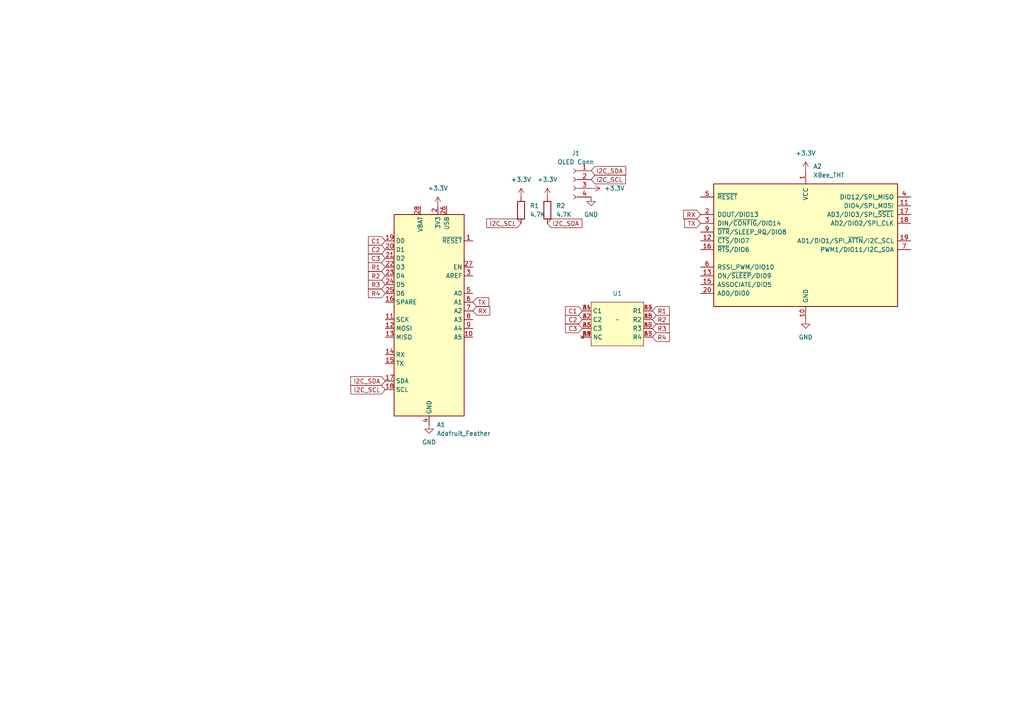
<source format=kicad_sch>
(kicad_sch (version 20230121) (generator eeschema)
  (paper "A4")
  (title_block (title "Lora Keypad2") (date "2023-08-30") (rev "v1"))
  (lib_symbols
    (symbol "Connector:Conn_01x04_Socket" (pin_names (offset 1.016) hide)
      (property "Reference" "J" (at 0 5.08 0))
      (property "Value" "Conn_01x04_Socket" (at 0 -7.62 0))
      (symbol "Conn_01x04_Socket_1_1"
        (arc (start 0 -4.572) (mid -0.5058 -5.08) (end 0 -5.588) (stroke (width 0.1524)))
        (arc (start 0 -2.032) (mid -0.5058 -2.54) (end 0 -3.048) (stroke (width 0.1524)))
        (polyline (pts (xy -1.27 -5.08) (xy -0.508 -5.08)) (stroke (width 0.1524)))
        (polyline (pts (xy -1.27 -2.54) (xy -0.508 -2.54)) (stroke (width 0.1524)))
        (polyline (pts (xy -1.27 0) (xy -0.508 0)) (stroke (width 0.1524)))
        (polyline (pts (xy -1.27 2.54) (xy -0.508 2.54)) (stroke (width 0.1524)))
        (arc (start 0 0.508) (mid -0.5058 0) (end 0 -0.508) (stroke (width 0.1524)))
        (arc (start 0 3.048) (mid -0.5058 2.54) (end 0 2.032) (stroke (width 0.1524)))
        (pin passive line (at -5.08 2.54 0) (length 3.81) (name "Pin_1") (number "1"))
        (pin passive line (at -5.08 0 0) (length 3.81) (name "Pin_2") (number "2"))
        (pin passive line (at -5.08 -2.54 0) (length 3.81) (name "Pin_3") (number "3"))
        (pin passive line (at -5.08 -5.08 0) (length 3.81) (name "Pin_4") (number "4"))
      )
    )
    (symbol "Device:R" (pin_numbers hide) (pin_names (offset 0))
      (property "Reference" "R" (at 2.032 0 90))
      (property "Value" "R" (at 0 0 90))
      (symbol "R_0_1"
        (rectangle (start -1.016 -2.54) (end 1.016 2.54) (stroke (width 0.254)))
      )
      (symbol "R_1_1"
        (pin passive line (at 0 3.81 270) (length 1.27) (name "~") (number "1"))
        (pin passive line (at 0 -3.81 90) (length 1.27) (name "~") (number "2"))
      )
    )
    (symbol "MCU_Module:Adafruit_Feather_Generic"
      (property "Reference" "A" (at -10.16 29.21 0))
      (property "Value" "Adafruit_Feather_Generic" (at 2.54 -31.75 0))
      (symbol "Adafruit_Feather_Generic_0_1"
        (rectangle (start -10.16 27.94) (end 10.16 -30.48) (stroke (width 0.254)) (fill (type background)))
      )
      (symbol "Adafruit_Feather_Generic_1_1"
        (pin input line (at 12.7 20.32 180) (length 2.54) (name "~{RESET}") (number "1"))
        (pin bidirectional line (at 12.7 -7.62 180) (length 2.54) (name "A5") (number "10"))
        (pin bidirectional line (at -12.7 -2.54 0) (length 2.54) (name "SCK") (number "11"))
        (pin bidirectional line (at -12.7 -5.08 0) (length 2.54) (name "MOSI") (number "12"))
        (pin bidirectional line (at -12.7 -7.62 0) (length 2.54) (name "MISO") (number "13"))
        (pin bidirectional line (at -12.7 -12.7 0) (length 2.54) (name "RX") (number "14"))
        (pin bidirectional line (at -12.7 -15.24 0) (length 2.54) (name "TX") (number "15"))
        (pin bidirectional line (at -12.7 2.54 0) (length 2.54) (name "SPARE") (number "16"))
        (pin bidirectional line (at -12.7 -20.32 0) (length 2.54) (name "SDA") (number "17"))
        (pin bidirectional line (at -12.7 -22.86 0) (length 2.54) (name "SCL") (number "18"))
        (pin bidirectional line (at -12.7 20.32 0) (length 2.54) (name "D0") (number "19"))
        (pin power_in line (at 2.54 30.48 270) (length 2.54) (name "3V3") (number "2"))
        (pin bidirectional line (at -12.7 17.78 0) (length 2.54) (name "D1") (number "20"))
        (pin bidirectional line (at -12.7 15.24 0) (length 2.54) (name "D2") (number "21"))
        (pin bidirectional line (at -12.7 12.7 0) (length 2.54) (name "D3") (number "22"))
        (pin bidirectional line (at -12.7 10.16 0) (length 2.54) (name "D4") (number "23"))
        (pin bidirectional line (at -12.7 7.62 0) (length 2.54) (name "D5") (number "24"))
        (pin bidirectional line (at -12.7 5.08 0) (length 2.54) (name "D6") (number "25"))
        (pin power_in line (at 5.08 30.48 270) (length 2.54) (name "USB") (number "26"))
        (pin input line (at 12.7 12.7 180) (length 2.54) (name "EN") (number "27"))
        (pin power_in line (at -2.54 30.48 270) (length 2.54) (name "VBAT") (number "28"))
        (pin input line (at 12.7 10.16 180) (length 2.54) (name "AREF") (number "3"))
        (pin power_in line (at 0 -33.02 90) (length 2.54) (name "GND") (number "4"))
        (pin bidirectional line (at 12.7 5.08 180) (length 2.54) (name "A0") (number "5"))
        (pin bidirectional line (at 12.7 2.54 180) (length 2.54) (name "A1") (number "6"))
        (pin bidirectional line (at 12.7 0 180) (length 2.54) (name "A2") (number "7"))
        (pin bidirectional line (at 12.7 -2.54 180) (length 2.54) (name "A3") (number "8"))
        (pin bidirectional line (at 12.7 -5.08 180) (length 2.54) (name "A4") (number "9"))
      )
    )
    (symbol "keypad:3x4_keypad"
      (property "Reference" "U" (at 0 0 0))
      (symbol "3x4_keypad_1_1"
        (rectangle (start -7.62 5.08) (end 7.62 -7.62) (fill (type background)))
        (pin input line (at -10.16 2.54 0) (length 2.54) (name "C1") (number "A1"))
        (pin input line (at -10.16 0 0) (length 2.54) (name "C2") (number "A2"))
        (pin input line (at -10.16 -2.54 0) (length 2.54) (name "C3") (number "A3"))
        (pin input line (at 10.16 2.54 180) (length 2.54) (name "R1") (number "A4"))
        (pin input line (at 10.16 0 180) (length 2.54) (name "R2") (number "A5"))
        (pin input line (at 10.16 -2.54 180) (length 2.54) (name "R3") (number "A6"))
        (pin input line (at 10.16 -5.08 180) (length 2.54) (name "R4") (number "A7"))
        (pin no_connect line (at -10.16 -5.08 0) (length 2.54) (name "NC") (number "A8"))
        (pin no_connect line (at -10.16 -5.08 0) (length 2.54) (name "NC") (number "B1"))
        (pin input line (at -10.16 0 0) (length 2.54) (name "C2") (number "B2"))
        (pin input line (at 10.16 2.54 180) (length 2.54) (name "R1") (number "B3"))
        (pin input line (at -10.16 2.54 0) (length 2.54) (name "C1") (number "B4"))
        (pin input line (at 10.16 -5.08 180) (length 2.54) (name "R4") (number "B5"))
        (pin input line (at -10.16 -2.54 0) (length 2.54) (name "C3") (number "B6"))
        (pin input line (at 10.16 -2.54 180) (length 2.54) (name "R3") (number "B7"))
        (pin input line (at 10.16 0 180) (length 2.54) (name "R2") (number "B8"))
        (pin no_connect line (at -10.16 -5.08 0) (length 2.54) (name "NC") (number "B9"))
      )
    )
    (symbol "power:+3.3V" (power) (pin_names (offset 0))
      (property "Value" "+3.3V" (at 0 3.556 0))
      (symbol "+3.3V_0_1"
        (polyline (pts (xy -0.762 1.27) (xy 0 2.54)))
        (polyline (pts (xy 0 0) (xy 0 2.54)))
        (polyline (pts (xy 0 2.54) (xy 0.762 1.27)))
      )
      (symbol "+3.3V_1_1"
        (pin power_in line (at 0 0 90) (length 0) hide (name "+3.3V") (number "1"))
      )
    )
    (symbol "power:GND" (power) (pin_names (offset 0))
      (property "Value" "GND" (at 0 -3.81 0))
      (symbol "GND_0_1"
        (polyline (pts (xy 0 0) (xy 0 -1.27) (xy 1.27 -1.27) (xy 0 -2.54) (xy -1.27 -1.27) (xy 0 -1.27)))
      )
      (symbol "GND_1_1"
        (pin power_in line (at 0 0 270) (length 0) hide (name "GND") (number "1"))
      )
    )
    (symbol "xbee:XBee_THT" (pin_names (offset 1.016))
      (property "Reference" "A" (at -26.67 20.32 0))
      (property "Value" "XBee_THT" (at 3.81 20.32 0))
      (symbol "XBee_THT_0_1"
        (rectangle (start -26.67 19.05) (end 26.67 -16.51) (stroke (width 0.254)) (fill (type background)))
        (pin power_in line (at 0 22.86 270) (length 3.81) (name "VCC") (number "1"))
        (pin power_in line (at 0 -20.32 90) (length 3.81) (name "GND") (number "10"))
        (pin bidirectional line (at 30.48 12.7 180) (length 3.81) (name "DIO4/SPI_MOSI") (number "11"))
        (pin bidirectional line (at -30.48 2.54 0) (length 3.81) (name "~{CTS}/DIO7") (number "12"))
        (pin bidirectional line (at -30.48 -7.62 0) (length 3.81) (name "ON/~{SLEEP}/DIO9") (number "13"))
        (pin no_connect line (at 30.48 -7.62 180) (length 3.81) hide (name "NC") (number "14"))
        (pin bidirectional line (at -30.48 -10.16 0) (length 3.81) (name "ASSOCIATE/DIO5") (number "15"))
        (pin bidirectional line (at -30.48 0 0) (length 3.81) (name "~{RTS}/DIO6") (number "16"))
        (pin bidirectional line (at 30.48 10.16 180) (length 3.81) (name "AD3/DIO3/SPI_~{SSEL}") (number "17"))
        (pin bidirectional line (at 30.48 7.62 180) (length 3.81) (name "AD2/DIO2/SPI_CLK") (number "18"))
        (pin bidirectional line (at 30.48 2.54 180) (length 3.81) (name "AD1/DIO1/SPI_~{ATTN}/I2C_SCL") (number "19"))
        (pin bidirectional line (at -30.48 10.16 0) (length 3.81) (name "DOUT/DIO13") (number "2"))
        (pin bidirectional line (at -30.48 -12.7 0) (length 3.81) (name "AD0/DIO0") (number "20"))
        (pin bidirectional line (at -30.48 7.62 0) (length 3.81) (name "DIN/~{CONFIG}/DIO14") (number "3"))
        (pin bidirectional line (at 30.48 15.24 180) (length 3.81) (name "DIO12/SPI_MISO") (number "4"))
        (pin input line (at -30.48 15.24 0) (length 3.81) (name "~{RESET}") (number "5"))
        (pin bidirectional line (at -30.48 -5.08 0) (length 3.81) (name "RSSI_PWM/DIO10") (number "6"))
        (pin bidirectional line (at 30.48 0 180) (length 3.81) (name "PWM1/DIO11/I2C_SDA") (number "7"))
        (pin no_connect line (at 30.48 -5.08 180) (length 3.81) hide (name "NC") (number "8"))
        (pin bidirectional line (at -30.48 5.08 0) (length 3.81) (name "~{DTR}/SLEEP_RQ/DIO8") (number "9"))
      )
    )
  )
  (global_label "R2" (shape input) (at 111.76 80.01 180) (property "Intersheetrefs" "${INTERSHEET_REFS}" (effects hide)))
  (global_label "R3" (shape input) (at 111.76 82.55 180) (property "Intersheetrefs" "${INTERSHEET_REFS}" (effects hide)))
  (global_label "C1" (shape input) (at 111.76 69.85 180) (property "Intersheetrefs" "${INTERSHEET_REFS}" (effects hide)))
  (global_label "R1" (shape input) (at 189.23 90.17 0) (property "Intersheetrefs" "${INTERSHEET_REFS}" (effects hide)))
  (global_label "C1" (shape input) (at 168.91 90.17 180) (property "Intersheetrefs" "${INTERSHEET_REFS}" (effects hide)))
  (global_label "R1" (shape input) (at 111.76 77.47 180) (property "Intersheetrefs" "${INTERSHEET_REFS}" (effects hide)))
  (global_label "R4" (shape input) (at 189.23 97.79 0) (property "Intersheetrefs" "${INTERSHEET_REFS}" (effects hide)))
  (global_label "I2C_SCL" (shape input) (at 171.45 52.07 0) (property "Intersheetrefs" "${INTERSHEET_REFS}" (effects hide)))
  (global_label "RX" (shape input) (at 137.16 90.17 0) (property "Intersheetrefs" "${INTERSHEET_REFS}" (effects hide)))
  (global_label "I2C_SDA" (shape input) (at 111.76 110.49 180) (property "Intersheetrefs" "${INTERSHEET_REFS}" (effects hide)))
  (global_label "TX" (shape input) (at 203.2 64.77 180) (property "Intersheetrefs" "${INTERSHEET_REFS}" (effects hide)))
  (global_label "I2C_SCL" (shape input) (at 111.76 113.03 180) (property "Intersheetrefs" "${INTERSHEET_REFS}" (effects hide)))
  (global_label "R4" (shape input) (at 111.76 85.09 180) (property "Intersheetrefs" "${INTERSHEET_REFS}" (effects hide)))
  (global_label "C2" (shape input) (at 168.91 92.71 180) (property "Intersheetrefs" "${INTERSHEET_REFS}" (effects hide)))
  (global_label "C3" (shape input) (at 111.76 74.93 180) (property "Intersheetrefs" "${INTERSHEET_REFS}" (effects hide)))
  (global_label "I2C_SDA" (shape input) (at 171.45 49.53 0) (property "Intersheetrefs" "${INTERSHEET_REFS}" (effects hide)))
  (global_label "I2C_SCL" (shape input) (at 151.13 64.77 180) (property "Intersheetrefs" "${INTERSHEET_REFS}" (effects hide)))
  (global_label "R2" (shape input) (at 189.23 92.71 0) (property "Intersheetrefs" "${INTERSHEET_REFS}" (effects hide)))
  (global_label "C2" (shape input) (at 111.76 72.39 180) (property "Intersheetrefs" "${INTERSHEET_REFS}" (effects hide)))
  (global_label "C3" (shape input) (at 168.91 95.25 180) (property "Intersheetrefs" "${INTERSHEET_REFS}" (effects hide)))
  (global_label "R3" (shape input) (at 189.23 95.25 0) (property "Intersheetrefs" "${INTERSHEET_REFS}" (effects hide)))
  (global_label "TX" (shape input) (at 137.16 87.63 0) (property "Intersheetrefs" "${INTERSHEET_REFS}" (effects hide)))
  (global_label "RX" (shape input) (at 203.2 62.23 180) (property "Intersheetrefs" "${INTERSHEET_REFS}" (effects hide)))
  (global_label "I2C_SDA" (shape input) (at 158.75 64.77 0) (property "Intersheetrefs" "${INTERSHEET_REFS}" (effects hide)))
  (symbol (lib_id "power:GND") (at 233.68 92.71 0) (unit 1)
    (property "Reference" "#PWR05" (effects hide))
    (property "Value" "GND" (at 233.68 97.79 0))
  )
  (symbol (lib_id "power:+3.3V") (at 171.45 54.61 270) (unit 1)
    (property "Reference" "#PWR03" (effects hide))
    (property "Value" "+3.3V" (at 175.26 54.61 90) (effects (justify left)))
  )
  (symbol (lib_id "Device:R") (at 151.13 60.96 0) (unit 1)
    (property "Reference" "R1" (at 153.67 59.69 0) (effects (justify left)))
    (property "Value" "4.7K" (at 153.67 62.23 0) (effects (justify left)))
    (property "Footprint" "Resistor_SMD:R_0603_1608Metric" (effects hide))
  )
  (symbol (lib_id "MCU_Module:Adafruit_Feather_Generic") (at 124.46 90.17 0) (unit 1)
    (property "Reference" "A1" (at 126.6541 123.19 0) (effects (justify left)))
    (property "Value" "Adafruit_Feather" (at 126.6541 125.73 0) (effects (justify left)))
    (property "Footprint" "Module:Adafruit_Feather" (effects hide))
    (property "Datasheet" "https://cdn-learn.adafruit.com/downloads/pdf/adafruit-feather.pdf" (effects hide))
  )
  (symbol (lib_id "xbee:XBee_THT") (at 233.68 72.39 0) (unit 1)
    (property "Reference" "A2" (at 235.8741 48.26 0) (effects (justify left)))
    (property "Value" "XBee_THT" (at 235.8741 50.8 0) (effects (justify left)))
    (property "Footprint" "Scotts:XBEE" (effects hide))
    (property "Datasheet" "https://www.digi.com/resources/documentation/digidocs/pdfs/90001543.pdf" (effects hide))
  )
  (symbol (lib_id "power:+3.3V") (at 127 59.69 0) (unit 1)
    (property "Reference" "#PWR02" (effects hide))
    (property "Value" "+3.3V" (at 127 54.61 0))
  )
  (symbol (lib_id "keypad:3x4_keypad") (at 179.07 92.71 0) (unit 1)
    (property "Reference" "U1" (at 179.07 85.09 0))
    (property "Value" "~" (at 179.07 92.71 0))
    (property "Footprint" "keypad:3x4_keypad" (effects hide))
    (property "Adafruit PN" "1824" (effects hide))
  )
  (symbol (lib_id "power:+3.3V") (at 158.75 57.15 0) (unit 1)
    (property "Reference" "#PWR08" (effects hide))
    (property "Value" "+3.3V" (at 158.75 52.07 0))
  )
  (symbol (lib_id "Device:R") (at 158.75 60.96 0) (unit 1)
    (property "Reference" "R2" (at 161.29 59.69 0) (effects (justify left)))
    (property "Value" "4.7K" (at 161.29 62.23 0) (effects (justify left)))
    (property "Footprint" "Resistor_SMD:R_0603_1608Metric" (effects hide))
  )
  (symbol (lib_id "power:GND") (at 124.46 123.19 0) (unit 1)
    (property "Reference" "#PWR04" (effects hide))
    (property "Value" "GND" (at 124.46 128.27 0))
  )
  (symbol (lib_id "power:GND") (at 171.45 57.15 0) (unit 1)
    (property "Reference" "#PWR06" (effects hide))
    (property "Value" "GND" (at 171.45 62.23 0))
  )
  (symbol (lib_id "Connector:Conn_01x04_Socket") (at 166.37 52.07 0) (mirror y) (unit 1)
    (property "Reference" "J1" (at 167.005 44.45 0))
    (property "Value" "OLED Conn" (at 167.005 46.99 0))
    (property "Footprint" "Scotts:OLED-SSD1306-128X64-I2C-THT_2HOLE" (effects hide))
  )
  (symbol (lib_id "power:+3.3V") (at 233.68 49.53 0) (unit 1)
    (property "Reference" "#PWR01" (effects hide))
    (property "Value" "+3.3V" (at 233.68 44.45 0))
  )
  (symbol (lib_id "power:+3.3V") (at 151.13 57.15 0) (unit 1)
    (property "Reference" "#PWR07" (effects hide))
    (property "Value" "+3.3V" (at 151.13 52.07 0))
  )
)
</source>
